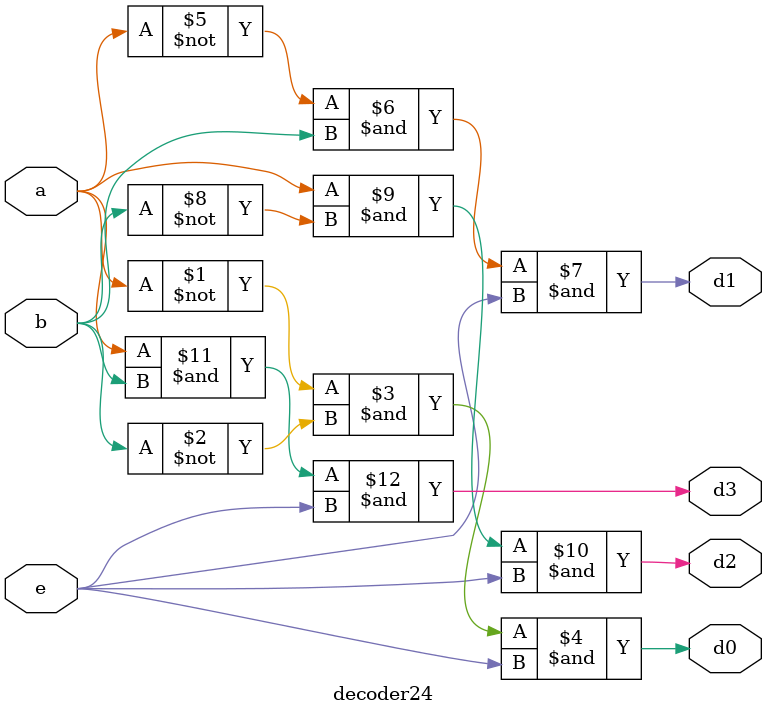
<source format=v>

module decoder24(a,b,e,d0,d1,d2,d3);
input a,b,e;
output d0,d1,d2,d3;
assign d0={(~a)&(~b)&(e)};
assign d1={(~a)&(b)&(e)};
assign d2={(a)&(~b)&(e)};
assign d3={(a)&(b)&(e)};
endmodule

</source>
